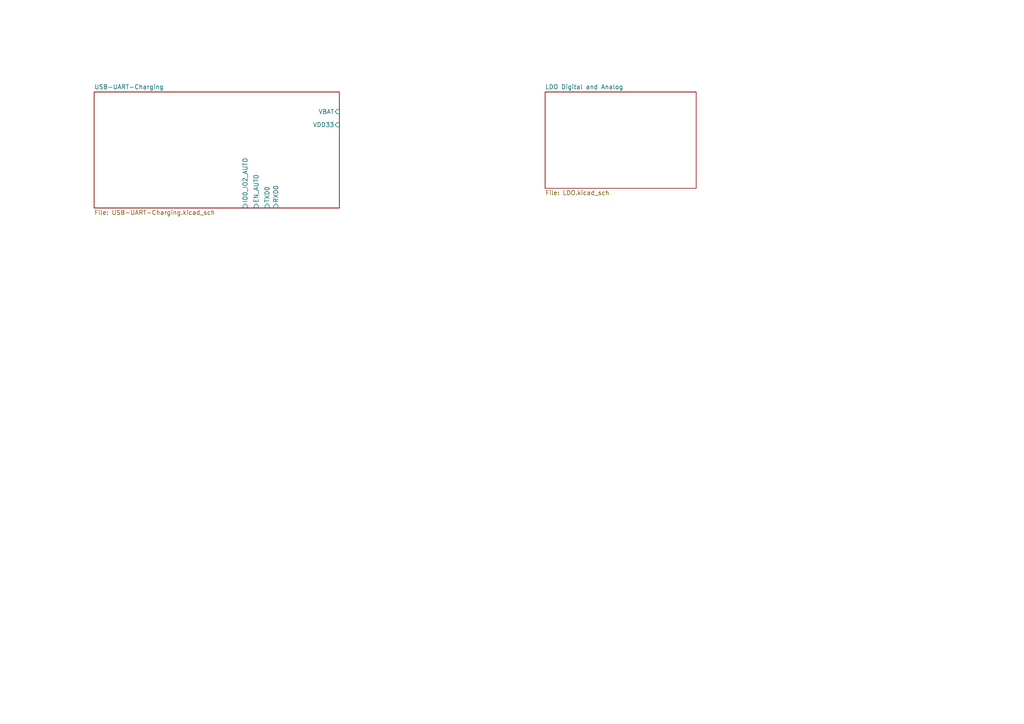
<source format=kicad_sch>
(kicad_sch (version 20230121) (generator eeschema)
  (paper "A4")
  (lib_symbols)
  (sheet (at 158.115 26.67) (size 43.815 27.94) (stroke (width 0.1524))
    (property "Sheetname" "LDO Digital and Analog" (at 158.115 25.9584 0) (effects (justify left bottom)))
    (property "Sheetfile" "LDO.kicad_sch" (at 158.115 55.1946 0) (effects (justify left top)))
  )
  (sheet (at 27.305 26.67) (size 71.12 33.655) (stroke (width 0.1524))
    (property "Sheetname" "USB-UART-Charging" (at 27.305 25.9584 0) (effects (justify left bottom)))
    (property "Sheetfile" "USB-UART-Charging.kicad_sch" (at 27.305 60.9096 0) (effects (justify left top)))
    (pin "IO0_IO2_AUTO" input (at 71.12 60.325 270))
    (pin "VBAT" input (at 98.425 32.385 0))
    (pin "EN_AUTO" input (at 74.295 60.325 270))
    (pin "TXD0" input (at 77.47 60.325 270))
    (pin "RXD0" input (at 80.01 60.325 270))
    (pin "VDD33" input (at 98.425 36.195 0))
  )
)
</source>
